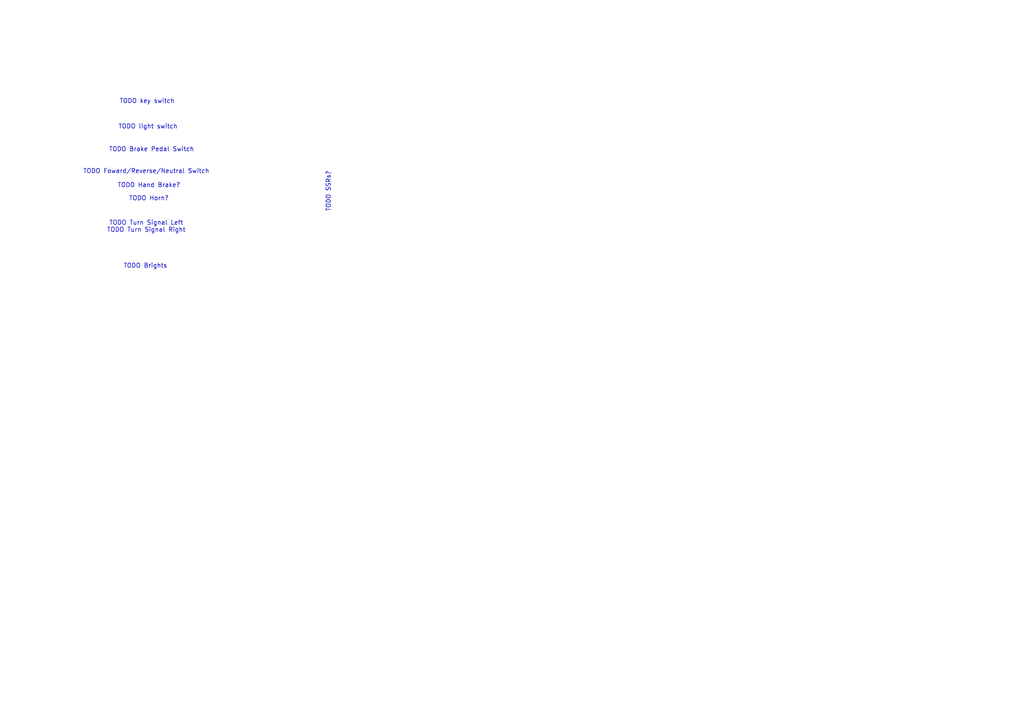
<source format=kicad_sch>
(kicad_sch
	(version 20231120)
	(generator "eeschema")
	(generator_version "8.0")
	(uuid "4f266801-5241-4be7-8e52-e16102a6e8e3")
	(paper "A4")
	(lib_symbols)
	(text "TODO Foward/Reverse/Neutral Switch"
		(exclude_from_sim no)
		(at 42.418 49.784 0)
		(effects
			(font
				(size 1.27 1.27)
			)
		)
		(uuid "28869c4e-fa96-462d-a1a6-7077306b68f3")
	)
	(text "TODO Brake Pedal Switch"
		(exclude_from_sim no)
		(at 43.942 43.434 0)
		(effects
			(font
				(size 1.27 1.27)
			)
		)
		(uuid "33ed81f2-bb1c-457c-ab58-e67e6523db21")
	)
	(text "TODO light switch"
		(exclude_from_sim no)
		(at 42.926 36.83 0)
		(effects
			(font
				(size 1.27 1.27)
			)
		)
		(uuid "6e24e49b-0b23-43cc-b54d-8447f739a11e")
	)
	(text "TODO key switch"
		(exclude_from_sim no)
		(at 42.672 29.464 0)
		(effects
			(font
				(size 1.27 1.27)
			)
		)
		(uuid "7e740212-0611-4c04-8819-b7a145876764")
	)
	(text "TODO Horn?"
		(exclude_from_sim no)
		(at 43.18 57.658 0)
		(effects
			(font
				(size 1.27 1.27)
			)
		)
		(uuid "83263dca-9dc6-47c2-8fb5-4eef8c98463c")
	)
	(text "TODO Hand Brake?"
		(exclude_from_sim no)
		(at 43.18 53.848 0)
		(effects
			(font
				(size 1.27 1.27)
			)
		)
		(uuid "a23c9436-fdf6-4898-891b-a313fd727b09")
	)
	(text "TODO Brights"
		(exclude_from_sim no)
		(at 42.164 77.216 0)
		(effects
			(font
				(size 1.27 1.27)
			)
		)
		(uuid "b9387a76-d369-4f06-b831-2dc628d79c25")
	)
	(text "TODO SSRs?"
		(exclude_from_sim no)
		(at 95.25 55.626 90)
		(effects
			(font
				(size 1.27 1.27)
			)
		)
		(uuid "cb444095-ca84-468b-a3db-25aabdab0262")
	)
	(text "TODO Turn Signal Left\nTODO Turn Signal Right"
		(exclude_from_sim no)
		(at 42.418 65.786 0)
		(effects
			(font
				(size 1.27 1.27)
			)
		)
		(uuid "fbad4dac-0388-4cd9-9be5-107447192c49")
	)
)

</source>
